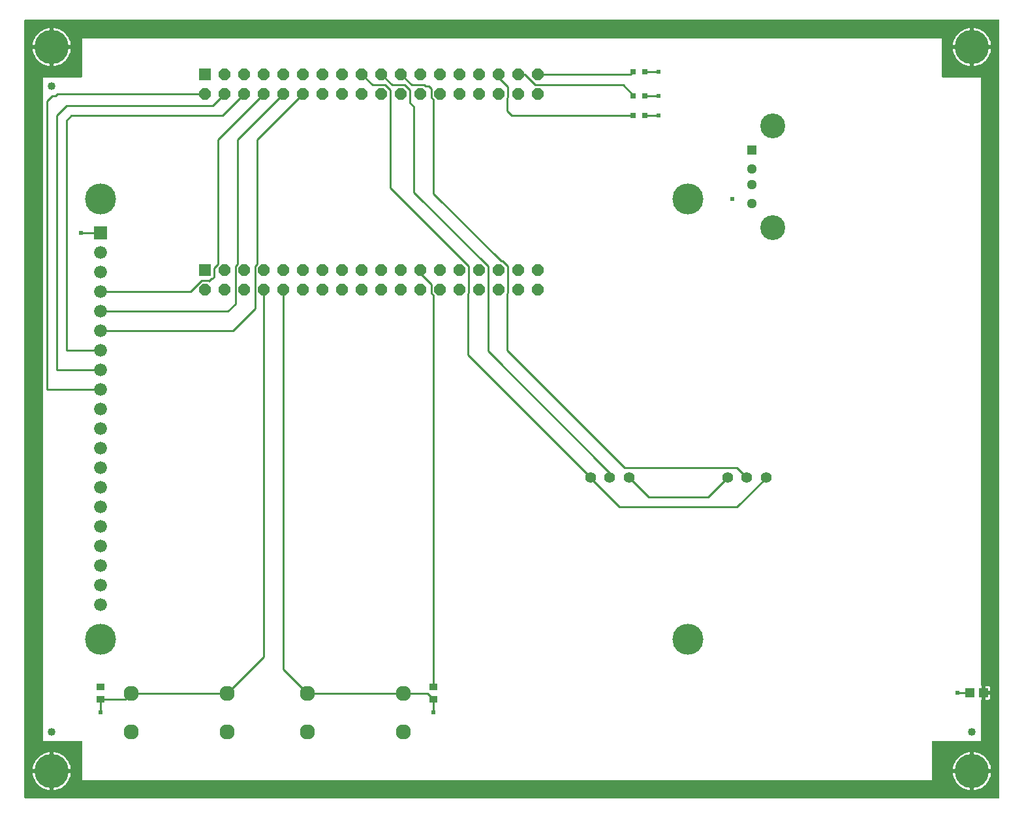
<source format=gbr>
G04 EAGLE Gerber RS-274X export*
G75*
%MOMM*%
%FSLAX34Y34*%
%LPD*%
%INTop Copper*%
%IPPOS*%
%AMOC8*
5,1,8,0,0,1.08239X$1,22.5*%
G01*
%ADD10R,1.524000X1.524000*%
%ADD11P,1.649562X8X22.500000*%
%ADD12R,0.800000X0.800000*%
%ADD13C,1.400000*%
%ADD14C,1.960000*%
%ADD15R,1.676400X1.676400*%
%ADD16C,1.676400*%
%ADD17C,4.016000*%
%ADD18R,1.031241X0.949959*%
%ADD19R,1.288000X1.288000*%
%ADD20C,1.288000*%
%ADD21C,3.220000*%
%ADD22C,4.445000*%
%ADD23C,1.016000*%
%ADD24R,1.143000X1.270000*%
%ADD25C,0.254000*%
%ADD26C,0.609600*%

G36*
X2556Y3692D02*
X2556Y3692D01*
X2563Y3573D01*
X2576Y3535D01*
X2581Y3494D01*
X2624Y3384D01*
X2661Y3271D01*
X2683Y3236D01*
X2698Y3199D01*
X2767Y3103D01*
X2831Y3002D01*
X2861Y2974D01*
X2884Y2941D01*
X2976Y2865D01*
X3063Y2784D01*
X3098Y2764D01*
X3129Y2739D01*
X3237Y2688D01*
X3341Y2630D01*
X3381Y2620D01*
X3417Y2603D01*
X3534Y2581D01*
X3649Y2551D01*
X3709Y2547D01*
X3729Y2543D01*
X3750Y2545D01*
X3810Y2541D01*
X1265991Y2541D01*
X1266109Y2556D01*
X1266227Y2563D01*
X1266266Y2575D01*
X1266306Y2581D01*
X1266417Y2624D01*
X1266530Y2661D01*
X1266564Y2683D01*
X1266602Y2698D01*
X1266698Y2767D01*
X1266799Y2831D01*
X1266827Y2861D01*
X1266859Y2884D01*
X1266935Y2976D01*
X1267017Y3063D01*
X1267036Y3098D01*
X1267062Y3129D01*
X1267113Y3237D01*
X1267170Y3341D01*
X1267180Y3380D01*
X1267198Y3417D01*
X1267220Y3534D01*
X1267250Y3649D01*
X1267254Y3709D01*
X1267257Y3729D01*
X1267256Y3750D01*
X1267260Y3810D01*
X1267359Y508000D01*
X1267459Y1012190D01*
X1267444Y1012308D01*
X1267436Y1012427D01*
X1267424Y1012465D01*
X1267419Y1012505D01*
X1267375Y1012616D01*
X1267338Y1012729D01*
X1267317Y1012764D01*
X1267302Y1012801D01*
X1267232Y1012897D01*
X1267168Y1012998D01*
X1267139Y1013026D01*
X1267115Y1013058D01*
X1267023Y1013134D01*
X1266936Y1013216D01*
X1266901Y1013236D01*
X1266870Y1013261D01*
X1266762Y1013312D01*
X1266658Y1013370D01*
X1266619Y1013380D01*
X1266582Y1013397D01*
X1266465Y1013419D01*
X1266350Y1013449D01*
X1266290Y1013453D01*
X1266270Y1013457D01*
X1266250Y1013455D01*
X1266189Y1013459D01*
X3810Y1013459D01*
X3692Y1013444D01*
X3573Y1013437D01*
X3535Y1013424D01*
X3494Y1013419D01*
X3384Y1013376D01*
X3271Y1013339D01*
X3236Y1013317D01*
X3199Y1013302D01*
X3103Y1013233D01*
X3002Y1013169D01*
X2974Y1013139D01*
X2941Y1013116D01*
X2865Y1013024D01*
X2784Y1012937D01*
X2764Y1012902D01*
X2739Y1012871D01*
X2688Y1012763D01*
X2630Y1012659D01*
X2620Y1012619D01*
X2603Y1012583D01*
X2581Y1012466D01*
X2551Y1012351D01*
X2547Y1012291D01*
X2543Y1012271D01*
X2545Y1012250D01*
X2541Y1012190D01*
X2541Y3810D01*
X2556Y3692D01*
G37*
%LPC*%
G36*
X76200Y938531D02*
X76200Y938531D01*
X76318Y938546D01*
X76437Y938553D01*
X76475Y938566D01*
X76516Y938571D01*
X76626Y938614D01*
X76739Y938651D01*
X76774Y938673D01*
X76811Y938688D01*
X76907Y938758D01*
X77008Y938821D01*
X77036Y938851D01*
X77069Y938874D01*
X77145Y938966D01*
X77226Y939053D01*
X77246Y939088D01*
X77271Y939119D01*
X77322Y939227D01*
X77380Y939331D01*
X77390Y939371D01*
X77407Y939407D01*
X77429Y939524D01*
X77459Y939639D01*
X77463Y939700D01*
X77467Y939720D01*
X77465Y939740D01*
X77469Y939800D01*
X77469Y989331D01*
X1192531Y989331D01*
X1192531Y939800D01*
X1192546Y939682D01*
X1192553Y939563D01*
X1192566Y939525D01*
X1192571Y939484D01*
X1192614Y939374D01*
X1192651Y939261D01*
X1192673Y939226D01*
X1192688Y939189D01*
X1192758Y939093D01*
X1192821Y938992D01*
X1192851Y938964D01*
X1192874Y938931D01*
X1192966Y938856D01*
X1193053Y938774D01*
X1193088Y938754D01*
X1193119Y938729D01*
X1193227Y938678D01*
X1193331Y938620D01*
X1193371Y938610D01*
X1193407Y938593D01*
X1193524Y938571D01*
X1193639Y938541D01*
X1193700Y938537D01*
X1193720Y938533D01*
X1193740Y938535D01*
X1193800Y938531D01*
X1243331Y938531D01*
X1243331Y149860D01*
X1243346Y149742D01*
X1243353Y149623D01*
X1243366Y149585D01*
X1243371Y149544D01*
X1243414Y149434D01*
X1243451Y149321D01*
X1243473Y149286D01*
X1243488Y149249D01*
X1243558Y149153D01*
X1243621Y149052D01*
X1243651Y149024D01*
X1243674Y148991D01*
X1243766Y148915D01*
X1243853Y148834D01*
X1243888Y148814D01*
X1243919Y148789D01*
X1244027Y148738D01*
X1244131Y148680D01*
X1244171Y148670D01*
X1244207Y148653D01*
X1244324Y148631D01*
X1244439Y148601D01*
X1244500Y148597D01*
X1244520Y148593D01*
X1244540Y148595D01*
X1244600Y148591D01*
X1244601Y148591D01*
X1244601Y140970D01*
X1244616Y140852D01*
X1244623Y140733D01*
X1244636Y140695D01*
X1244641Y140655D01*
X1244684Y140544D01*
X1244721Y140431D01*
X1244743Y140396D01*
X1244758Y140359D01*
X1244828Y140263D01*
X1244891Y140162D01*
X1244921Y140134D01*
X1244945Y140102D01*
X1245036Y140026D01*
X1245123Y139944D01*
X1245158Y139925D01*
X1245189Y139899D01*
X1245297Y139848D01*
X1245401Y139791D01*
X1245441Y139780D01*
X1245477Y139763D01*
X1245594Y139741D01*
X1245709Y139711D01*
X1245770Y139707D01*
X1245790Y139703D01*
X1245810Y139705D01*
X1245870Y139701D01*
X1247141Y139701D01*
X1247141Y139699D01*
X1245870Y139699D01*
X1245752Y139684D01*
X1245633Y139677D01*
X1245595Y139664D01*
X1245555Y139659D01*
X1245444Y139615D01*
X1245331Y139579D01*
X1245296Y139557D01*
X1245259Y139542D01*
X1245163Y139472D01*
X1245062Y139409D01*
X1245034Y139379D01*
X1245001Y139355D01*
X1244926Y139264D01*
X1244844Y139177D01*
X1244824Y139142D01*
X1244799Y139110D01*
X1244748Y139003D01*
X1244690Y138899D01*
X1244680Y138859D01*
X1244663Y138823D01*
X1244641Y138706D01*
X1244611Y138591D01*
X1244607Y138530D01*
X1244603Y138510D01*
X1244605Y138490D01*
X1244601Y138430D01*
X1244601Y130809D01*
X1244600Y130809D01*
X1244482Y130794D01*
X1244363Y130787D01*
X1244325Y130774D01*
X1244284Y130769D01*
X1244174Y130726D01*
X1244061Y130689D01*
X1244026Y130667D01*
X1243989Y130652D01*
X1243893Y130583D01*
X1243792Y130519D01*
X1243764Y130489D01*
X1243731Y130466D01*
X1243656Y130374D01*
X1243574Y130287D01*
X1243554Y130252D01*
X1243529Y130221D01*
X1243478Y130113D01*
X1243420Y130009D01*
X1243410Y129969D01*
X1243393Y129933D01*
X1243371Y129816D01*
X1243341Y129701D01*
X1243337Y129641D01*
X1243333Y129621D01*
X1243335Y129600D01*
X1243331Y129540D01*
X1243331Y77469D01*
X1181100Y77469D01*
X1180982Y77454D01*
X1180863Y77447D01*
X1180825Y77434D01*
X1180784Y77429D01*
X1180674Y77386D01*
X1180561Y77349D01*
X1180526Y77327D01*
X1180489Y77312D01*
X1180393Y77243D01*
X1180292Y77179D01*
X1180264Y77149D01*
X1180231Y77126D01*
X1180156Y77034D01*
X1180074Y76947D01*
X1180054Y76912D01*
X1180029Y76881D01*
X1179978Y76773D01*
X1179920Y76669D01*
X1179910Y76629D01*
X1179893Y76593D01*
X1179871Y76476D01*
X1179841Y76361D01*
X1179837Y76301D01*
X1179833Y76281D01*
X1179835Y76260D01*
X1179831Y76200D01*
X1179831Y26669D01*
X77469Y26669D01*
X77469Y76200D01*
X77454Y76318D01*
X77447Y76437D01*
X77434Y76475D01*
X77429Y76516D01*
X77386Y76626D01*
X77349Y76739D01*
X77327Y76774D01*
X77312Y76811D01*
X77243Y76907D01*
X77179Y77008D01*
X77149Y77036D01*
X77126Y77069D01*
X77034Y77145D01*
X76947Y77226D01*
X76912Y77246D01*
X76881Y77271D01*
X76773Y77322D01*
X76669Y77380D01*
X76629Y77390D01*
X76593Y77407D01*
X76476Y77429D01*
X76361Y77459D01*
X76301Y77463D01*
X76281Y77467D01*
X76260Y77465D01*
X76200Y77469D01*
X26669Y77469D01*
X26669Y938531D01*
X76200Y938531D01*
G37*
%LPD*%
%LPC*%
G36*
X1234439Y980439D02*
X1234439Y980439D01*
X1234439Y1002536D01*
X1236055Y1002354D01*
X1238767Y1001735D01*
X1241392Y1000817D01*
X1243899Y999610D01*
X1246254Y998130D01*
X1248429Y996395D01*
X1250395Y994429D01*
X1252130Y992254D01*
X1253610Y989899D01*
X1254817Y987392D01*
X1255735Y984767D01*
X1256354Y982055D01*
X1256536Y980439D01*
X1234439Y980439D01*
G37*
%LPD*%
%LPC*%
G36*
X1234439Y40639D02*
X1234439Y40639D01*
X1234439Y62736D01*
X1236055Y62554D01*
X1238767Y61935D01*
X1241392Y61017D01*
X1243899Y59810D01*
X1246254Y58330D01*
X1248429Y56595D01*
X1250395Y54629D01*
X1252130Y52454D01*
X1253610Y50099D01*
X1254817Y47592D01*
X1255735Y44967D01*
X1256354Y42255D01*
X1256536Y40639D01*
X1234439Y40639D01*
G37*
%LPD*%
%LPC*%
G36*
X40639Y980439D02*
X40639Y980439D01*
X40639Y1002536D01*
X42255Y1002354D01*
X44967Y1001735D01*
X47592Y1000817D01*
X50099Y999610D01*
X52454Y998130D01*
X54629Y996395D01*
X56595Y994429D01*
X58330Y992254D01*
X59810Y989899D01*
X61017Y987392D01*
X61935Y984767D01*
X62554Y982055D01*
X62736Y980439D01*
X40639Y980439D01*
G37*
%LPD*%
%LPC*%
G36*
X40639Y40639D02*
X40639Y40639D01*
X40639Y62736D01*
X42255Y62554D01*
X44967Y61935D01*
X47592Y61017D01*
X50099Y59810D01*
X52454Y58330D01*
X54629Y56595D01*
X56595Y54629D01*
X58330Y52454D01*
X59810Y50099D01*
X61017Y47592D01*
X61935Y44967D01*
X62554Y42255D01*
X62736Y40639D01*
X40639Y40639D01*
G37*
%LPD*%
%LPC*%
G36*
X40639Y35561D02*
X40639Y35561D01*
X62736Y35561D01*
X62554Y33945D01*
X61935Y31233D01*
X61017Y28608D01*
X59810Y26101D01*
X58330Y23746D01*
X56595Y21571D01*
X54629Y19605D01*
X52454Y17870D01*
X50099Y16390D01*
X47592Y15183D01*
X44967Y14265D01*
X42255Y13646D01*
X40639Y13464D01*
X40639Y35561D01*
G37*
%LPD*%
%LPC*%
G36*
X13464Y40639D02*
X13464Y40639D01*
X13646Y42255D01*
X14265Y44967D01*
X15183Y47592D01*
X16390Y50099D01*
X17870Y52454D01*
X19605Y54629D01*
X21571Y56595D01*
X23746Y58330D01*
X26101Y59810D01*
X28608Y61017D01*
X31233Y61935D01*
X33945Y62554D01*
X35561Y62736D01*
X35561Y40639D01*
X13464Y40639D01*
G37*
%LPD*%
%LPC*%
G36*
X13464Y980439D02*
X13464Y980439D01*
X13646Y982055D01*
X14265Y984767D01*
X15183Y987392D01*
X16390Y989899D01*
X17870Y992254D01*
X19605Y994429D01*
X21571Y996395D01*
X23746Y998130D01*
X26101Y999610D01*
X28608Y1000817D01*
X31233Y1001735D01*
X33945Y1002354D01*
X35561Y1002536D01*
X35561Y980439D01*
X13464Y980439D01*
G37*
%LPD*%
%LPC*%
G36*
X1207264Y40639D02*
X1207264Y40639D01*
X1207446Y42255D01*
X1208065Y44967D01*
X1208983Y47592D01*
X1210190Y50099D01*
X1211670Y52454D01*
X1213405Y54629D01*
X1215371Y56595D01*
X1217546Y58330D01*
X1219901Y59810D01*
X1222408Y61017D01*
X1225033Y61935D01*
X1227745Y62554D01*
X1229361Y62736D01*
X1229361Y40639D01*
X1207264Y40639D01*
G37*
%LPD*%
%LPC*%
G36*
X1234439Y35561D02*
X1234439Y35561D01*
X1256536Y35561D01*
X1256354Y33945D01*
X1255735Y31233D01*
X1254817Y28608D01*
X1253610Y26101D01*
X1252130Y23746D01*
X1250395Y21571D01*
X1248429Y19605D01*
X1246254Y17870D01*
X1243899Y16390D01*
X1241392Y15183D01*
X1238767Y14265D01*
X1236055Y13646D01*
X1234439Y13464D01*
X1234439Y35561D01*
G37*
%LPD*%
%LPC*%
G36*
X1207264Y980439D02*
X1207264Y980439D01*
X1207446Y982055D01*
X1208065Y984767D01*
X1208983Y987392D01*
X1210190Y989899D01*
X1211670Y992254D01*
X1213405Y994429D01*
X1215371Y996395D01*
X1217546Y998130D01*
X1219901Y999610D01*
X1222408Y1000817D01*
X1225033Y1001735D01*
X1227745Y1002354D01*
X1229361Y1002536D01*
X1229361Y980439D01*
X1207264Y980439D01*
G37*
%LPD*%
%LPC*%
G36*
X1234439Y975361D02*
X1234439Y975361D01*
X1256536Y975361D01*
X1256354Y973745D01*
X1255735Y971033D01*
X1254817Y968408D01*
X1253610Y965901D01*
X1252130Y963546D01*
X1250395Y961371D01*
X1248429Y959405D01*
X1246254Y957670D01*
X1243899Y956190D01*
X1241392Y954983D01*
X1238767Y954065D01*
X1236055Y953446D01*
X1234439Y953264D01*
X1234439Y975361D01*
G37*
%LPD*%
%LPC*%
G36*
X40639Y975361D02*
X40639Y975361D01*
X62736Y975361D01*
X62554Y973745D01*
X61935Y971033D01*
X61017Y968408D01*
X59810Y965901D01*
X58330Y963546D01*
X56595Y961371D01*
X54629Y959405D01*
X52454Y957670D01*
X50099Y956190D01*
X47592Y954983D01*
X44967Y954065D01*
X42255Y953446D01*
X40639Y953264D01*
X40639Y975361D01*
G37*
%LPD*%
%LPC*%
G36*
X1227745Y13646D02*
X1227745Y13646D01*
X1225033Y14265D01*
X1222408Y15183D01*
X1219901Y16390D01*
X1217546Y17870D01*
X1215371Y19605D01*
X1213405Y21571D01*
X1211670Y23746D01*
X1210190Y26101D01*
X1208983Y28608D01*
X1208065Y31233D01*
X1207446Y33945D01*
X1207264Y35561D01*
X1229361Y35561D01*
X1229361Y13464D01*
X1227745Y13646D01*
G37*
%LPD*%
%LPC*%
G36*
X33945Y13646D02*
X33945Y13646D01*
X31233Y14265D01*
X28608Y15183D01*
X26101Y16390D01*
X23746Y17870D01*
X21571Y19605D01*
X19605Y21571D01*
X17870Y23746D01*
X16390Y26101D01*
X15183Y28608D01*
X14265Y31233D01*
X13646Y33945D01*
X13464Y35561D01*
X35561Y35561D01*
X35561Y13464D01*
X33945Y13646D01*
G37*
%LPD*%
%LPC*%
G36*
X1227745Y953446D02*
X1227745Y953446D01*
X1225033Y954065D01*
X1222408Y954983D01*
X1219901Y956190D01*
X1217546Y957670D01*
X1215371Y959405D01*
X1213405Y961371D01*
X1211670Y963546D01*
X1210190Y965901D01*
X1208983Y968408D01*
X1208065Y971033D01*
X1207446Y973745D01*
X1207264Y975361D01*
X1229361Y975361D01*
X1229361Y953264D01*
X1227745Y953446D01*
G37*
%LPD*%
%LPC*%
G36*
X33945Y953446D02*
X33945Y953446D01*
X31233Y954065D01*
X28608Y954983D01*
X26101Y956190D01*
X23746Y957670D01*
X21571Y959405D01*
X19605Y961371D01*
X17870Y963546D01*
X16390Y965901D01*
X15183Y968408D01*
X14265Y971033D01*
X13646Y973745D01*
X13464Y975361D01*
X35561Y975361D01*
X35561Y953264D01*
X33945Y953446D01*
G37*
%LPD*%
%LPC*%
G36*
X1249679Y142239D02*
X1249679Y142239D01*
X1249679Y148591D01*
X1253189Y148591D01*
X1253836Y148418D01*
X1254415Y148083D01*
X1254888Y147610D01*
X1255223Y147031D01*
X1255396Y146384D01*
X1255396Y142239D01*
X1249679Y142239D01*
G37*
%LPD*%
%LPC*%
G36*
X1249679Y130809D02*
X1249679Y130809D01*
X1249679Y137161D01*
X1255396Y137161D01*
X1255396Y133016D01*
X1255223Y132369D01*
X1254888Y131790D01*
X1254415Y131317D01*
X1253836Y130982D01*
X1253189Y130809D01*
X1249679Y130809D01*
G37*
%LPD*%
%LPC*%
G36*
X1231899Y38099D02*
X1231899Y38099D01*
X1231899Y38101D01*
X1231901Y38101D01*
X1231901Y38099D01*
X1231899Y38099D01*
G37*
%LPD*%
%LPC*%
G36*
X38099Y38099D02*
X38099Y38099D01*
X38099Y38101D01*
X38101Y38101D01*
X38101Y38099D01*
X38099Y38099D01*
G37*
%LPD*%
%LPC*%
G36*
X38099Y977899D02*
X38099Y977899D01*
X38099Y977901D01*
X38101Y977901D01*
X38101Y977899D01*
X38099Y977899D01*
G37*
%LPD*%
%LPC*%
G36*
X1231899Y977899D02*
X1231899Y977899D01*
X1231899Y977901D01*
X1231901Y977901D01*
X1231901Y977899D01*
X1231899Y977899D01*
G37*
%LPD*%
D10*
X236900Y942600D03*
D11*
X236900Y917200D03*
X262300Y942600D03*
X262300Y917200D03*
X287700Y942600D03*
X287700Y917200D03*
X313100Y942600D03*
X313100Y917200D03*
X338500Y942600D03*
X338500Y917200D03*
X363900Y942600D03*
X363900Y917200D03*
X389300Y942600D03*
X389300Y917200D03*
X414700Y942600D03*
X414700Y917200D03*
X440100Y942600D03*
X440100Y917200D03*
X465500Y942600D03*
X465500Y917200D03*
X490900Y942600D03*
X490900Y917200D03*
X516300Y942600D03*
X516300Y917200D03*
X541700Y942600D03*
X541700Y917200D03*
X567100Y942600D03*
X567100Y917200D03*
X592500Y942600D03*
X592500Y917200D03*
X617900Y942600D03*
X617900Y917200D03*
X643300Y942600D03*
X643300Y917200D03*
X668700Y942600D03*
X668700Y917200D03*
D10*
X236900Y688600D03*
D11*
X236900Y663200D03*
X262300Y688600D03*
X262300Y663200D03*
X287700Y688600D03*
X287700Y663200D03*
X313100Y688600D03*
X313100Y663200D03*
X338500Y688600D03*
X338500Y663200D03*
X363900Y688600D03*
X363900Y663200D03*
X389300Y688600D03*
X389300Y663200D03*
X414700Y688600D03*
X414700Y663200D03*
X440100Y688600D03*
X440100Y663200D03*
X465500Y688600D03*
X465500Y663200D03*
X490900Y688600D03*
X490900Y663200D03*
X516300Y688600D03*
X516300Y663200D03*
X541700Y688600D03*
X541700Y663200D03*
X567100Y688600D03*
X567100Y663200D03*
X592500Y688600D03*
X592500Y663200D03*
X617900Y688600D03*
X617900Y663200D03*
X643300Y688600D03*
X643300Y663200D03*
X668700Y688600D03*
X668700Y663200D03*
D12*
X792600Y946150D03*
X807600Y946150D03*
X792600Y914400D03*
X807600Y914400D03*
X792600Y889000D03*
X807600Y889000D03*
D13*
X787000Y419100D03*
X762000Y419100D03*
X737000Y419100D03*
X914800Y419100D03*
X939800Y419100D03*
X964800Y419100D03*
D14*
X265700Y139300D03*
X265700Y89300D03*
X140700Y89300D03*
X140700Y139300D03*
X494300Y139300D03*
X494300Y89300D03*
X369300Y89300D03*
X369300Y139300D03*
D15*
X101600Y736600D03*
D16*
X101600Y711200D03*
X101600Y685800D03*
X101600Y660400D03*
X101600Y635000D03*
X101600Y609600D03*
X101600Y584200D03*
X101600Y558800D03*
X101600Y533400D03*
X101600Y508000D03*
X101600Y482600D03*
X101600Y457200D03*
X101600Y431800D03*
X101600Y406400D03*
X101600Y381000D03*
X101600Y355600D03*
X101600Y330200D03*
X101600Y304800D03*
X101600Y279400D03*
X101600Y254000D03*
D17*
X101600Y781050D03*
X101600Y209550D03*
X863600Y781050D03*
X863600Y209550D03*
D18*
X101600Y131699D03*
X101600Y147701D03*
X533400Y131699D03*
X533400Y147701D03*
D19*
X946150Y844550D03*
D20*
X946150Y819550D03*
X946150Y799550D03*
X946150Y774550D03*
D21*
X973250Y875250D03*
X973250Y743850D03*
D22*
X38100Y38100D03*
X38100Y977900D03*
D23*
X38100Y88900D03*
D24*
X1229360Y139700D03*
X1247140Y139700D03*
D22*
X1231900Y977900D03*
X1231900Y38100D03*
D23*
X38100Y927100D03*
X1231900Y88900D03*
D25*
X825500Y914400D02*
X807600Y914400D01*
D26*
X825500Y914400D03*
D25*
X825500Y889000D02*
X807600Y889000D01*
D26*
X825500Y889000D03*
D25*
X1212850Y139700D02*
X1229360Y139700D01*
D26*
X1212850Y139700D03*
X920750Y781050D03*
D25*
X101600Y736600D02*
X76200Y736600D01*
D26*
X76200Y736600D03*
D25*
X807600Y946150D02*
X825500Y946150D01*
D26*
X825500Y946150D03*
D25*
X789050Y942600D02*
X668700Y942600D01*
X789050Y942600D02*
X792600Y946150D01*
X651250Y942600D02*
X643300Y942600D01*
X651250Y942600D02*
X665220Y928630D01*
X792600Y915550D02*
X792600Y914400D01*
X779520Y928630D02*
X665220Y928630D01*
X779520Y928630D02*
X792600Y915550D01*
X617900Y937850D02*
X617900Y942600D01*
X629330Y912466D02*
X628650Y911786D01*
X628650Y895350D01*
X635000Y889000D01*
X792600Y889000D01*
X629330Y926420D02*
X617900Y937850D01*
X629330Y926420D02*
X629330Y912466D01*
X787000Y419100D02*
X812400Y393700D01*
X889400Y393700D02*
X914800Y419100D01*
X889400Y393700D02*
X812400Y393700D01*
X502330Y921935D02*
X495635Y928630D01*
X479470Y928630D02*
X465500Y942600D01*
X502330Y905770D02*
X508000Y900100D01*
X495635Y928630D02*
X479470Y928630D01*
X502330Y921935D02*
X502330Y905770D01*
X508000Y789265D02*
X603930Y693335D01*
X603930Y583520D01*
X762000Y425450D02*
X762000Y419100D01*
X508000Y789265D02*
X508000Y900100D01*
X603930Y583520D02*
X762000Y425450D01*
X522565Y927100D02*
X521035Y928630D01*
X522565Y927100D02*
X527050Y927100D01*
X504870Y928630D02*
X490900Y942600D01*
X504870Y928630D02*
X521035Y928630D01*
X530270Y912466D02*
X533400Y909336D01*
X533400Y787400D01*
X530270Y923880D02*
X527050Y927100D01*
X530270Y923880D02*
X530270Y912466D01*
X622635Y700030D02*
X629330Y693335D01*
X620770Y700030D02*
X533400Y787400D01*
X620770Y700030D02*
X622635Y700030D01*
X629330Y658466D02*
X628650Y657786D01*
X628650Y584200D01*
X629330Y658466D02*
X629330Y693335D01*
X628650Y584200D02*
X781050Y431800D01*
X927100Y431800D01*
X939800Y419100D01*
X476930Y921935D02*
X470235Y928630D01*
X578530Y658466D02*
X577850Y657786D01*
X454070Y928630D02*
X440100Y942600D01*
X454070Y928630D02*
X470235Y928630D01*
X578530Y693335D02*
X578530Y658466D01*
X476930Y794935D02*
X476930Y921935D01*
X476930Y794935D02*
X578530Y693335D01*
X577850Y578250D02*
X737000Y419100D01*
X577850Y578250D02*
X577850Y657786D01*
X737000Y419100D02*
X737000Y418700D01*
X774700Y381000D01*
X927100Y381000D01*
X964800Y418700D01*
X964800Y419100D01*
X533400Y131699D02*
X533400Y114300D01*
D26*
X533400Y114300D03*
D25*
X338500Y170100D02*
X338500Y663200D01*
X338500Y170100D02*
X369300Y139300D01*
X494300Y139300D01*
X525799Y139300D01*
X533400Y131699D01*
X533400Y147701D02*
X533400Y655336D01*
X530270Y658466D01*
X530270Y669880D01*
X516300Y683850D02*
X516300Y688600D01*
X516300Y683850D02*
X530270Y669880D01*
X101600Y131699D02*
X101600Y114300D01*
D26*
X101600Y114300D03*
D25*
X101600Y131699D02*
X133099Y131699D01*
X140700Y139300D01*
X265700Y139300D01*
X313100Y186700D01*
X313100Y663200D01*
X254000Y858100D02*
X313100Y917200D01*
X248330Y679402D02*
X246098Y677170D01*
X245370Y677170D01*
X242232Y674032D01*
X248330Y690795D02*
X254000Y696465D01*
X248330Y690795D02*
X248330Y679402D01*
X242232Y674032D02*
X241635Y674630D01*
X232166Y674630D01*
X217936Y660400D02*
X101600Y660400D01*
X217936Y660400D02*
X232166Y674630D01*
X254000Y696465D02*
X254000Y858100D01*
X279400Y858100D02*
X338500Y917200D01*
X279400Y696465D02*
X276270Y693335D01*
X276270Y644570D02*
X266700Y635000D01*
X276270Y644570D02*
X276270Y693335D01*
X266700Y635000D02*
X101600Y635000D01*
X279400Y696465D02*
X279400Y858100D01*
X304800Y858100D02*
X363900Y917200D01*
X304800Y696465D02*
X301670Y693335D01*
X301670Y638220D02*
X273050Y609600D01*
X301670Y638220D02*
X301670Y693335D01*
X273050Y609600D02*
X101600Y609600D01*
X304800Y696465D02*
X304800Y858100D01*
X259500Y889000D02*
X287700Y917200D01*
X63500Y889000D02*
X57150Y882650D01*
X57150Y584200D01*
X101600Y584200D01*
X63500Y889000D02*
X259500Y889000D01*
X246800Y901700D02*
X262300Y917200D01*
X246800Y901700D02*
X57150Y901700D01*
X44450Y558800D02*
X101600Y558800D01*
X44450Y889000D02*
X57150Y901700D01*
X44450Y889000D02*
X44450Y558800D01*
X45705Y917200D02*
X236900Y917200D01*
X45705Y917200D02*
X43227Y914722D01*
X38422Y914722D01*
X31750Y908050D01*
X31750Y533400D01*
X101600Y533400D01*
M02*

</source>
